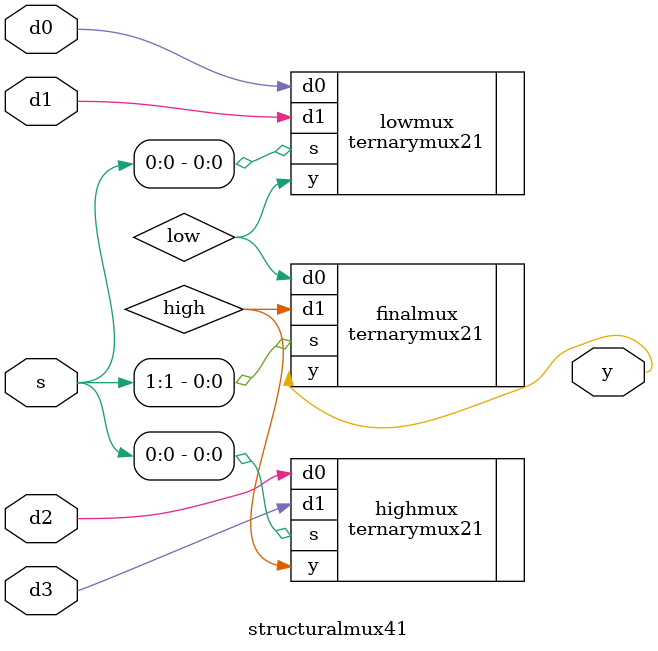
<source format=v>
module structuralmux41(input d0, d1, d2, d3,
                       input [1:0] s,
                       output y);

    wire low, high;

    ternarymux21 lowmux(.d0(d0), .d1(d1), .s(s[0]), .y(low));
    ternarymux21 highmux(.d0(d2), .d1(d3), .s(s[0]), .y(high));
    ternarymux21 finalmux(.d0(low), .d1(high), .s(s[1]), .y(y));

endmodule
</source>
